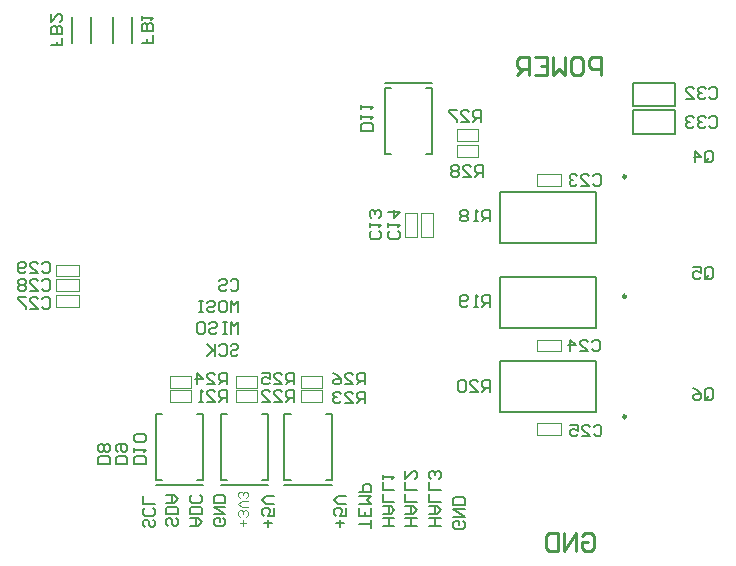
<source format=gbo>
G04 Layer_Color=32896*
%FSLAX25Y25*%
%MOIN*%
G70*
G01*
G75*
%ADD10C,0.01000*%
%ADD57C,0.00197*%
%ADD58C,0.00787*%
%ADD60C,0.00591*%
%ADD101C,0.00472*%
D10*
X666996Y414161D02*
G03*
X666996Y414161I-500J0D01*
G01*
Y334122D02*
G03*
X666996Y334122I-500J0D01*
G01*
Y374279D02*
G03*
X666996Y374279I-500J0D01*
G01*
X652301Y294369D02*
X653300Y295368D01*
X655300D01*
X656299Y294369D01*
Y290370D01*
X655300Y289370D01*
X653300D01*
X652301Y290370D01*
Y292369D01*
X654300D01*
X650301Y289370D02*
Y295368D01*
X646302Y289370D01*
Y295368D01*
X644303D02*
Y289370D01*
X641304D01*
X640304Y290370D01*
Y294369D01*
X641304Y295368D01*
X644303D01*
X658661Y448032D02*
Y454030D01*
X655662D01*
X654663Y453030D01*
Y451030D01*
X655662Y450031D01*
X658661D01*
X649664Y454030D02*
X651664D01*
X652663Y453030D01*
Y449031D01*
X651664Y448032D01*
X649664D01*
X648665Y449031D01*
Y453030D01*
X649664Y454030D01*
X646665D02*
Y448032D01*
X644666Y450031D01*
X642667Y448032D01*
Y454030D01*
X636668D02*
X640667D01*
Y448032D01*
X636668D01*
X640667Y451030D02*
X638668D01*
X634669Y448032D02*
Y454030D01*
X631670D01*
X630670Y453030D01*
Y451030D01*
X631670Y450031D01*
X634669D01*
X632670D02*
X630670Y448032D01*
D57*
X476929Y380906D02*
Y384842D01*
X484803D01*
Y380906D02*
Y384842D01*
X476929Y380906D02*
X484803D01*
X476929Y375984D02*
Y379921D01*
X484803D01*
Y375984D02*
Y379921D01*
X476929Y375984D02*
X484803D01*
X476929Y370669D02*
Y374606D01*
X484803D01*
Y370669D02*
Y374606D01*
X476929Y370669D02*
X484803D01*
X514862Y347638D02*
X521949D01*
X514862Y343701D02*
Y347638D01*
Y343701D02*
X521949D01*
Y347638D01*
X514961Y338976D02*
X522047D01*
Y342913D01*
X514961D02*
X522047D01*
X514961Y338976D02*
Y342913D01*
X536909Y338976D02*
X543996D01*
Y342913D01*
X536909D02*
X543996D01*
X536909Y338976D02*
Y342913D01*
X537008Y347638D02*
X544095D01*
X537008Y343701D02*
Y347638D01*
Y343701D02*
X544095D01*
Y347638D01*
X558661Y338976D02*
X565748D01*
Y342913D01*
X558661D02*
X565748D01*
X558661Y338976D02*
Y342913D01*
Y347638D02*
X565748D01*
X558661Y343701D02*
Y347638D01*
Y343701D02*
X565748D01*
Y347638D01*
X637402Y327953D02*
Y331890D01*
X645276D01*
Y327953D02*
Y331890D01*
X637402Y327953D02*
X645276D01*
X637402Y355906D02*
Y359842D01*
X645276D01*
Y355906D02*
Y359842D01*
X637402Y355906D02*
X645276D01*
X637402Y411024D02*
Y414961D01*
X645276D01*
Y411024D02*
Y414961D01*
X637402Y411024D02*
X645276D01*
X610630Y424803D02*
X617717D01*
X610630Y420866D02*
Y424803D01*
Y420866D02*
X617717D01*
Y424803D01*
X593307Y401968D02*
X597244D01*
Y394094D02*
Y401968D01*
X593307Y394094D02*
X597244D01*
X593307D02*
Y401968D01*
X598819D02*
X602756D01*
Y394094D02*
Y401968D01*
X598819Y394094D02*
X602756D01*
X598819D02*
Y401968D01*
X610630Y425984D02*
X617717D01*
Y429921D01*
X610630D02*
X617717D01*
X610630Y425984D02*
Y429921D01*
D58*
X496024Y458583D02*
Y467244D01*
X502402Y458583D02*
Y467244D01*
X482244Y458583D02*
Y467244D01*
X488622Y458583D02*
Y467244D01*
X669205Y428409D02*
X683378D01*
X669205D02*
Y436283D01*
X683378D01*
Y428409D02*
Y436283D01*
X669205Y437661D02*
X683378D01*
X669205D02*
Y445535D01*
X683378D01*
Y437661D02*
Y445535D01*
X586614Y445276D02*
X602362D01*
X602362Y421654D02*
Y443701D01*
X586614Y421654D02*
Y443701D01*
X600295Y421654D02*
X602362D01*
X600295Y443701D02*
X602362D01*
X586614Y421654D02*
X588681D01*
X586614Y443701D02*
X588681D01*
X553150Y311417D02*
X568898D01*
X553150Y312992D02*
Y335039D01*
X568898Y312992D02*
Y335039D01*
X553150D02*
X555217D01*
X553150Y312992D02*
X555217D01*
X566831Y335039D02*
X568898D01*
X566831Y312992D02*
X568898D01*
X531890Y311417D02*
X547638D01*
X531890Y312992D02*
Y335039D01*
X547638Y312992D02*
Y335039D01*
X531890D02*
X533957D01*
X531890Y312992D02*
X533957D01*
X545571Y335039D02*
X547638D01*
X545571Y312992D02*
X547638D01*
X510236Y311417D02*
X525984D01*
X510236Y312992D02*
Y335039D01*
X525984Y312992D02*
Y335039D01*
X510236D02*
X512303D01*
X510236Y312992D02*
X512303D01*
X523917Y335039D02*
X525984D01*
X523917Y312992D02*
X525984D01*
X625075Y363547D02*
Y380547D01*
X657075D01*
Y363547D02*
Y380547D01*
X625075Y363547D02*
X657075D01*
X625075Y335595D02*
Y352594D01*
X657075D01*
Y335595D02*
Y352594D01*
X625075Y335595D02*
X657075D01*
X625075Y391894D02*
Y408894D01*
X657075D01*
Y391894D02*
Y408894D01*
X625075Y391894D02*
X657075D01*
D60*
X535172Y357611D02*
X535827Y358266D01*
X537139D01*
X537795Y357611D01*
Y356955D01*
X537139Y356299D01*
X535827D01*
X535172Y355643D01*
Y354987D01*
X535827Y354331D01*
X537139D01*
X537795Y354987D01*
X531236Y357611D02*
X531892Y358266D01*
X533204D01*
X533859Y357611D01*
Y354987D01*
X533204Y354331D01*
X531892D01*
X531236Y354987D01*
X529924Y358266D02*
Y354331D01*
Y355643D01*
X527300Y358266D01*
X529268Y356299D01*
X527300Y354331D01*
X537795Y368898D02*
Y372833D01*
X536483Y371521D01*
X535172Y372833D01*
Y368898D01*
X531892Y372833D02*
X533204D01*
X533859Y372177D01*
Y369554D01*
X533204Y368898D01*
X531892D01*
X531236Y369554D01*
Y372177D01*
X531892Y372833D01*
X527300Y372177D02*
X527956Y372833D01*
X529268D01*
X529924Y372177D01*
Y371521D01*
X529268Y370866D01*
X527956D01*
X527300Y370210D01*
Y369554D01*
X527956Y368898D01*
X529268D01*
X529924Y369554D01*
X525988Y372833D02*
X524676D01*
X525332D01*
Y368898D01*
X525988D01*
X524676D01*
X537795Y361811D02*
Y365747D01*
X536483Y364435D01*
X535172Y365747D01*
Y361811D01*
X533859Y365747D02*
X532548D01*
X533204D01*
Y361811D01*
X533859D01*
X532548D01*
X527956Y365091D02*
X528612Y365747D01*
X529924D01*
X530580Y365091D01*
Y364435D01*
X529924Y363779D01*
X528612D01*
X527956Y363123D01*
Y362467D01*
X528612Y361811D01*
X529924D01*
X530580Y362467D01*
X524676Y365747D02*
X525988D01*
X526644Y365091D01*
Y362467D01*
X525988Y361811D01*
X524676D01*
X524020Y362467D01*
Y365091D01*
X524676Y365747D01*
X535172Y379264D02*
X535827Y379920D01*
X537139D01*
X537795Y379264D01*
Y376640D01*
X537139Y375984D01*
X535827D01*
X535172Y376640D01*
X531236Y379264D02*
X531892Y379920D01*
X533204D01*
X533859Y379264D01*
Y378608D01*
X533204Y377952D01*
X531892D01*
X531236Y377296D01*
Y376640D01*
X531892Y375984D01*
X533204D01*
X533859Y376640D01*
X619291Y414173D02*
Y418109D01*
X617323D01*
X616668Y417453D01*
Y416141D01*
X617323Y415485D01*
X619291D01*
X617979D02*
X616668Y414173D01*
X612732D02*
X615356D01*
X612732Y416797D01*
Y417453D01*
X613388Y418109D01*
X614700D01*
X615356Y417453D01*
X611420D02*
X610764Y418109D01*
X609452D01*
X608796Y417453D01*
Y416797D01*
X609452Y416141D01*
X608796Y415485D01*
Y414829D01*
X609452Y414173D01*
X610764D01*
X611420Y414829D01*
Y415485D01*
X610764Y416141D01*
X611420Y416797D01*
Y417453D01*
X610764Y416141D02*
X609452D01*
X618504Y432283D02*
Y436219D01*
X616536D01*
X615880Y435563D01*
Y434251D01*
X616536Y433595D01*
X618504D01*
X617192D02*
X615880Y432283D01*
X611944D02*
X614568D01*
X611944Y434907D01*
Y435563D01*
X612600Y436219D01*
X613912D01*
X614568Y435563D01*
X610633Y436219D02*
X608009D01*
Y435563D01*
X610633Y432939D01*
Y432283D01*
X579921Y344882D02*
Y348818D01*
X577953D01*
X577297Y348162D01*
Y346850D01*
X577953Y346194D01*
X579921D01*
X578609D02*
X577297Y344882D01*
X573362D02*
X575985D01*
X573362Y347506D01*
Y348162D01*
X574018Y348818D01*
X575330D01*
X575985Y348162D01*
X569426Y348818D02*
X570738Y348162D01*
X572050Y346850D01*
Y345538D01*
X571394Y344882D01*
X570082D01*
X569426Y345538D01*
Y346194D01*
X570082Y346850D01*
X572050D01*
X556299Y344882D02*
Y348818D01*
X554331D01*
X553675Y348162D01*
Y346850D01*
X554331Y346194D01*
X556299D01*
X554987D02*
X553675Y344882D01*
X549740D02*
X552363D01*
X549740Y347506D01*
Y348162D01*
X550396Y348818D01*
X551708D01*
X552363Y348162D01*
X545804Y348818D02*
X548428D01*
Y346850D01*
X547116Y347506D01*
X546460D01*
X545804Y346850D01*
Y345538D01*
X546460Y344882D01*
X547772D01*
X548428Y345538D01*
X533858Y344882D02*
Y348818D01*
X531890D01*
X531235Y348162D01*
Y346850D01*
X531890Y346194D01*
X533858D01*
X532546D02*
X531235Y344882D01*
X527299D02*
X529922D01*
X527299Y347506D01*
Y348162D01*
X527955Y348818D01*
X529267D01*
X529922Y348162D01*
X524019Y344882D02*
Y348818D01*
X525987Y346850D01*
X523363D01*
X579921Y338583D02*
Y342518D01*
X577953D01*
X577297Y341863D01*
Y340551D01*
X577953Y339895D01*
X579921D01*
X578609D02*
X577297Y338583D01*
X573362D02*
X575985D01*
X573362Y341207D01*
Y341863D01*
X574018Y342518D01*
X575330D01*
X575985Y341863D01*
X572050D02*
X571394Y342518D01*
X570082D01*
X569426Y341863D01*
Y341207D01*
X570082Y340551D01*
X570738D01*
X570082D01*
X569426Y339895D01*
Y339239D01*
X570082Y338583D01*
X571394D01*
X572050Y339239D01*
X556299Y338976D02*
Y342912D01*
X554331D01*
X553675Y342256D01*
Y340944D01*
X554331Y340288D01*
X556299D01*
X554987D02*
X553675Y338976D01*
X549740D02*
X552363D01*
X549740Y341600D01*
Y342256D01*
X550396Y342912D01*
X551708D01*
X552363Y342256D01*
X545804Y338976D02*
X548428D01*
X545804Y341600D01*
Y342256D01*
X546460Y342912D01*
X547772D01*
X548428Y342256D01*
X533858Y338976D02*
Y342912D01*
X531890D01*
X531235Y342256D01*
Y340944D01*
X531890Y340288D01*
X533858D01*
X532546D02*
X531235Y338976D01*
X527299D02*
X529922D01*
X527299Y341600D01*
Y342256D01*
X527955Y342912D01*
X529267D01*
X529922Y342256D01*
X525987Y338976D02*
X524675D01*
X525331D01*
Y342912D01*
X525987Y342256D01*
X621496Y342520D02*
Y346455D01*
X619528D01*
X618872Y345799D01*
Y344488D01*
X619528Y343832D01*
X621496D01*
X620184D02*
X618872Y342520D01*
X614936D02*
X617560D01*
X614936Y345144D01*
Y345799D01*
X615592Y346455D01*
X616904D01*
X617560Y345799D01*
X613625D02*
X612969Y346455D01*
X611657D01*
X611001Y345799D01*
Y343176D01*
X611657Y342520D01*
X612969D01*
X613625Y343176D01*
Y345799D01*
X621496Y370866D02*
Y374802D01*
X619528D01*
X618872Y374146D01*
Y372834D01*
X619528Y372178D01*
X621496D01*
X620184D02*
X618872Y370866D01*
X617560D02*
X616248D01*
X616904D01*
Y374802D01*
X617560Y374146D01*
X614281Y371522D02*
X613625Y370866D01*
X612313D01*
X611657Y371522D01*
Y374146D01*
X612313Y374802D01*
X613625D01*
X614281Y374146D01*
Y373490D01*
X613625Y372834D01*
X611657D01*
X621496Y399213D02*
Y403148D01*
X619528D01*
X618872Y402492D01*
Y401181D01*
X619528Y400525D01*
X621496D01*
X620184D02*
X618872Y399213D01*
X617560D02*
X616248D01*
X616904D01*
Y403148D01*
X617560Y402492D01*
X614281D02*
X613625Y403148D01*
X612313D01*
X611657Y402492D01*
Y401836D01*
X612313Y401181D01*
X611657Y400525D01*
Y399869D01*
X612313Y399213D01*
X613625D01*
X614281Y399869D01*
Y400525D01*
X613625Y401181D01*
X614281Y401836D01*
Y402492D01*
X613625Y401181D02*
X612313D01*
X693371Y340507D02*
Y343131D01*
X694027Y343787D01*
X695339D01*
X695995Y343131D01*
Y340507D01*
X695339Y339851D01*
X694027D01*
X694683Y341163D02*
X693371Y339851D01*
X694027D02*
X693371Y340507D01*
X689436Y343787D02*
X690748Y343131D01*
X692060Y341819D01*
Y340507D01*
X691404Y339851D01*
X690092D01*
X689436Y340507D01*
Y341163D01*
X690092Y341819D01*
X692060D01*
X693345Y380628D02*
Y383252D01*
X694001Y383908D01*
X695313D01*
X695969Y383252D01*
Y380628D01*
X695313Y379972D01*
X694001D01*
X694657Y381284D02*
X693345Y379972D01*
X694001D02*
X693345Y380628D01*
X689410Y383908D02*
X692034D01*
Y381940D01*
X690722Y382596D01*
X690066D01*
X689410Y381940D01*
Y380628D01*
X690066Y379972D01*
X691378D01*
X692034Y380628D01*
X693439Y419554D02*
Y422177D01*
X694095Y422833D01*
X695407D01*
X696063Y422177D01*
Y419554D01*
X695407Y418898D01*
X694095D01*
X694751Y420210D02*
X693439Y418898D01*
X694095D02*
X693439Y419554D01*
X690159Y418898D02*
Y422833D01*
X692127Y420865D01*
X689503D01*
X479133Y460498D02*
Y457874D01*
X477165D01*
Y459186D01*
Y457874D01*
X475197D01*
X479133Y461810D02*
X475197D01*
Y463778D01*
X475853Y464434D01*
X476509D01*
X477165Y463778D01*
Y461810D01*
Y463778D01*
X477821Y464434D01*
X478477D01*
X479133Y463778D01*
Y461810D01*
X475197Y468369D02*
Y465745D01*
X477821Y468369D01*
X478477D01*
X479133Y467713D01*
Y466401D01*
X478477Y465745D01*
X509447Y461285D02*
Y458661D01*
X507480D01*
Y459973D01*
Y458661D01*
X505512D01*
X509447Y462597D02*
X505512D01*
Y464565D01*
X506168Y465221D01*
X506824D01*
X507480Y464565D01*
Y462597D01*
Y464565D01*
X508136Y465221D01*
X508792D01*
X509447Y464565D01*
Y462597D01*
X505512Y466533D02*
Y467845D01*
Y467189D01*
X509447D01*
X508792Y466533D01*
X582676Y429528D02*
X578740D01*
Y431495D01*
X579396Y432151D01*
X582020D01*
X582676Y431495D01*
Y429528D01*
X578740Y433463D02*
Y434775D01*
Y434119D01*
X582676D01*
X582020Y433463D01*
X578740Y436743D02*
Y438055D01*
Y437399D01*
X582676D01*
X582020Y436743D01*
X507085Y318504D02*
X503150D01*
Y320472D01*
X503806Y321128D01*
X506429D01*
X507085Y320472D01*
Y318504D01*
X503150Y322440D02*
Y323752D01*
Y323096D01*
X507085D01*
X506429Y322440D01*
Y325719D02*
X507085Y326375D01*
Y327687D01*
X506429Y328343D01*
X503806D01*
X503150Y327687D01*
Y326375D01*
X503806Y325719D01*
X506429D01*
X500786Y318504D02*
X496850D01*
Y320472D01*
X497506Y321128D01*
X500130D01*
X500786Y320472D01*
Y318504D01*
X497506Y322440D02*
X496850Y323096D01*
Y324408D01*
X497506Y325063D01*
X500130D01*
X500786Y324408D01*
Y323096D01*
X500130Y322440D01*
X499474D01*
X498818Y323096D01*
Y325063D01*
X494881Y318504D02*
X490945D01*
Y320472D01*
X491601Y321128D01*
X494225D01*
X494881Y320472D01*
Y318504D01*
X494225Y322440D02*
X494881Y323096D01*
Y324408D01*
X494225Y325063D01*
X493569D01*
X492913Y324408D01*
X492257Y325063D01*
X491601D01*
X490945Y324408D01*
Y323096D01*
X491601Y322440D01*
X492257D01*
X492913Y323096D01*
X493569Y322440D01*
X494225D01*
X492913Y323096D02*
Y324408D01*
X694817Y433595D02*
X695473Y434251D01*
X696785D01*
X697441Y433595D01*
Y430971D01*
X696785Y430315D01*
X695473D01*
X694817Y430971D01*
X693505Y433595D02*
X692849Y434251D01*
X691537D01*
X690881Y433595D01*
Y432939D01*
X691537Y432283D01*
X692193D01*
X691537D01*
X690881Y431627D01*
Y430971D01*
X691537Y430315D01*
X692849D01*
X693505Y430971D01*
X689569Y433595D02*
X688913Y434251D01*
X687602D01*
X686946Y433595D01*
Y432939D01*
X687602Y432283D01*
X688258D01*
X687602D01*
X686946Y431627D01*
Y430971D01*
X687602Y430315D01*
X688913D01*
X689569Y430971D01*
X694817Y443240D02*
X695473Y443896D01*
X696785D01*
X697441Y443240D01*
Y440617D01*
X696785Y439961D01*
X695473D01*
X694817Y440617D01*
X693505Y443240D02*
X692849Y443896D01*
X691537D01*
X690881Y443240D01*
Y442585D01*
X691537Y441928D01*
X692193D01*
X691537D01*
X690881Y441272D01*
Y440617D01*
X691537Y439961D01*
X692849D01*
X693505Y440617D01*
X686946Y439961D02*
X689569D01*
X686946Y442585D01*
Y443240D01*
X687602Y443896D01*
X688913D01*
X689569Y443240D01*
X472337Y385170D02*
X472993Y385825D01*
X474305D01*
X474961Y385170D01*
Y382546D01*
X474305Y381890D01*
X472993D01*
X472337Y382546D01*
X468401Y381890D02*
X471025D01*
X468401Y384514D01*
Y385170D01*
X469057Y385825D01*
X470369D01*
X471025Y385170D01*
X467089Y382546D02*
X466433Y381890D01*
X465121D01*
X464465Y382546D01*
Y385170D01*
X465121Y385825D01*
X466433D01*
X467089Y385170D01*
Y384514D01*
X466433Y383858D01*
X464465D01*
X472337Y379264D02*
X472993Y379920D01*
X474305D01*
X474961Y379264D01*
Y376640D01*
X474305Y375984D01*
X472993D01*
X472337Y376640D01*
X468401Y375984D02*
X471025D01*
X468401Y378608D01*
Y379264D01*
X469057Y379920D01*
X470369D01*
X471025Y379264D01*
X467089D02*
X466433Y379920D01*
X465121D01*
X464465Y379264D01*
Y378608D01*
X465121Y377952D01*
X464465Y377296D01*
Y376640D01*
X465121Y375984D01*
X466433D01*
X467089Y376640D01*
Y377296D01*
X466433Y377952D01*
X467089Y378608D01*
Y379264D01*
X466433Y377952D02*
X465121D01*
X472337Y373358D02*
X472993Y374014D01*
X474305D01*
X474961Y373358D01*
Y370735D01*
X474305Y370079D01*
X472993D01*
X472337Y370735D01*
X468401Y370079D02*
X471025D01*
X468401Y372703D01*
Y373358D01*
X469057Y374014D01*
X470369D01*
X471025Y373358D01*
X467089Y374014D02*
X464465D01*
Y373358D01*
X467089Y370735D01*
Y370079D01*
X656195Y330839D02*
X656851Y331495D01*
X658163D01*
X658819Y330839D01*
Y328215D01*
X658163Y327559D01*
X656851D01*
X656195Y328215D01*
X652259Y327559D02*
X654883D01*
X652259Y330183D01*
Y330839D01*
X652915Y331495D01*
X654227D01*
X654883Y330839D01*
X648324Y331495D02*
X650947D01*
Y329527D01*
X649636Y330183D01*
X648980D01*
X648324Y329527D01*
Y328215D01*
X648980Y327559D01*
X650291D01*
X650947Y328215D01*
X655644Y359185D02*
X656300Y359841D01*
X657612D01*
X658268Y359185D01*
Y356561D01*
X657612Y355906D01*
X656300D01*
X655644Y356561D01*
X651708Y355906D02*
X654332D01*
X651708Y358529D01*
Y359185D01*
X652364Y359841D01*
X653676D01*
X654332Y359185D01*
X648428Y355906D02*
Y359841D01*
X650396Y357873D01*
X647772D01*
X656038Y414303D02*
X656694Y414959D01*
X658006D01*
X658661Y414303D01*
Y411680D01*
X658006Y411024D01*
X656694D01*
X656038Y411680D01*
X652102Y411024D02*
X654726D01*
X652102Y413648D01*
Y414303D01*
X652758Y414959D01*
X654070D01*
X654726Y414303D01*
X650790D02*
X650134Y414959D01*
X648822D01*
X648166Y414303D01*
Y413648D01*
X648822Y412992D01*
X649478D01*
X648822D01*
X648166Y412335D01*
Y411680D01*
X648822Y411024D01*
X650134D01*
X650790Y411680D01*
X591075Y395931D02*
X591731Y395275D01*
Y393963D01*
X591075Y393307D01*
X588451D01*
X587795Y393963D01*
Y395275D01*
X588451Y395931D01*
X587795Y397243D02*
Y398555D01*
Y397899D01*
X591731D01*
X591075Y397243D01*
X587795Y402491D02*
X591731D01*
X589763Y400523D01*
Y403146D01*
X584776Y395931D02*
X585432Y395275D01*
Y393963D01*
X584776Y393307D01*
X582152D01*
X581496Y393963D01*
Y395275D01*
X582152Y395931D01*
X581496Y397243D02*
Y398555D01*
Y397899D01*
X585432D01*
X584776Y397243D01*
Y400523D02*
X585432Y401179D01*
Y402491D01*
X584776Y403146D01*
X584120D01*
X583464Y402491D01*
Y401834D01*
Y402491D01*
X582808Y403146D01*
X582152D01*
X581496Y402491D01*
Y401179D01*
X582152Y400523D01*
X589808Y297792D02*
X585872D01*
X587840D01*
Y300415D01*
X589808D01*
X585872D01*
Y301727D02*
X588496D01*
X589808Y303039D01*
X588496Y304351D01*
X585872D01*
X587840D01*
Y301727D01*
X589808Y305663D02*
X585872D01*
Y308287D01*
X589808Y309599D02*
X585872D01*
Y312223D01*
Y313535D02*
Y314847D01*
Y314191D01*
X589808D01*
X589152Y313535D01*
X612729Y299474D02*
X613385Y298818D01*
Y297506D01*
X612729Y296850D01*
X610105D01*
X609449Y297506D01*
Y298818D01*
X610105Y299474D01*
X611417D01*
Y298162D01*
X609449Y300786D02*
X613385D01*
X609449Y303410D01*
X613385D01*
Y304722D02*
X609449D01*
Y306690D01*
X610105Y307346D01*
X612729D01*
X613385Y306690D01*
Y304722D01*
X581934Y297194D02*
Y299817D01*
Y298505D01*
X577998D01*
X581934Y303753D02*
Y301129D01*
X577998D01*
Y303753D01*
X579966Y301129D02*
Y302441D01*
X577998Y305065D02*
X581934D01*
X580622Y306377D01*
X581934Y307689D01*
X577998D01*
Y309001D02*
X581934D01*
Y310969D01*
X581278Y311625D01*
X579966D01*
X579310Y310969D01*
Y309001D01*
X571653Y297244D02*
Y299868D01*
X572965Y298556D02*
X570341D01*
X573621Y303804D02*
Y301180D01*
X571653D01*
X572309Y302492D01*
Y303148D01*
X571653Y303804D01*
X570341D01*
X569685Y303148D01*
Y301836D01*
X570341Y301180D01*
X573621Y305116D02*
X570997D01*
X569685Y306428D01*
X570997Y307739D01*
X573621D01*
X597288Y297792D02*
X593353D01*
X595320D01*
Y300415D01*
X597288D01*
X593353D01*
Y301727D02*
X595976D01*
X597288Y303039D01*
X595976Y304351D01*
X593353D01*
X595320D01*
Y301727D01*
X597288Y305663D02*
X593353D01*
Y308287D01*
X597288Y309599D02*
X593353D01*
Y312223D01*
Y316159D02*
Y313535D01*
X595976Y316159D01*
X596632D01*
X597288Y315503D01*
Y314191D01*
X596632Y313535D01*
X605162Y297792D02*
X601227D01*
X603194D01*
Y300415D01*
X605162D01*
X601227D01*
Y301727D02*
X603850D01*
X605162Y303039D01*
X603850Y304351D01*
X601227D01*
X603194D01*
Y301727D01*
X605162Y305663D02*
X601227D01*
Y308287D01*
X605162Y309599D02*
X601227D01*
Y312223D01*
X604506Y313535D02*
X605162Y314191D01*
Y315503D01*
X604506Y316159D01*
X603850D01*
X603194Y315503D01*
Y314847D01*
Y315503D01*
X602538Y316159D01*
X601883D01*
X601227Y315503D01*
Y314191D01*
X601883Y313535D01*
X547637Y297244D02*
Y299868D01*
X548949Y298556D02*
X546325D01*
X549605Y303804D02*
Y301180D01*
X547637D01*
X548293Y302492D01*
Y303148D01*
X547637Y303804D01*
X546325D01*
X545669Y303148D01*
Y301836D01*
X546325Y301180D01*
X549605Y305116D02*
X546981D01*
X545669Y306428D01*
X546981Y307739D01*
X549605D01*
X532807Y300262D02*
X533463Y299606D01*
Y298294D01*
X532807Y297638D01*
X530184D01*
X529528Y298294D01*
Y299606D01*
X530184Y300262D01*
X531495D01*
Y298950D01*
X529528Y301573D02*
X533463D01*
X529528Y304197D01*
X533463D01*
Y305509D02*
X529528D01*
Y307477D01*
X530184Y308133D01*
X532807D01*
X533463Y307477D01*
Y305509D01*
X521654Y297638D02*
X524277D01*
X525589Y298950D01*
X524277Y300262D01*
X521654D01*
X523621D01*
Y297638D01*
X525589Y301573D02*
X521654D01*
Y303541D01*
X522309Y304197D01*
X524933D01*
X525589Y303541D01*
Y301573D01*
X524933Y308133D02*
X525589Y307477D01*
Y306165D01*
X524933Y305509D01*
X522309D01*
X521654Y306165D01*
Y307477D01*
X522309Y308133D01*
X517059Y300262D02*
X517715Y299606D01*
Y298294D01*
X517059Y297638D01*
X516403D01*
X515747Y298294D01*
Y299606D01*
X515091Y300262D01*
X514435D01*
X513779Y299606D01*
Y298294D01*
X514435Y297638D01*
X517715Y301573D02*
X513779D01*
Y303541D01*
X514435Y304197D01*
X517059D01*
X517715Y303541D01*
Y301573D01*
X513779Y305509D02*
X516403D01*
X517715Y306821D01*
X516403Y308133D01*
X513779D01*
X515747D01*
Y305509D01*
X509185Y299868D02*
X509841Y299212D01*
Y297900D01*
X509185Y297244D01*
X508529D01*
X507873Y297900D01*
Y299212D01*
X507217Y299868D01*
X506562D01*
X505905Y299212D01*
Y297900D01*
X506562Y297244D01*
X509185Y303804D02*
X509841Y303148D01*
Y301836D01*
X509185Y301180D01*
X506562D01*
X505905Y301836D01*
Y303148D01*
X506562Y303804D01*
X509841Y305116D02*
X505905D01*
Y307739D01*
D101*
X539370Y297638D02*
Y299737D01*
X540419Y298687D02*
X538320D01*
X540419Y300786D02*
X540944Y301311D01*
Y302361D01*
X540419Y302885D01*
X539894D01*
X539370Y302361D01*
Y301836D01*
Y302361D01*
X538845Y302885D01*
X538320D01*
X537795Y302361D01*
Y301311D01*
X538320Y300786D01*
X540944Y303935D02*
X538845D01*
X537795Y304984D01*
X538845Y306034D01*
X540944D01*
X540419Y307084D02*
X540944Y307608D01*
Y308658D01*
X540419Y309183D01*
X539894D01*
X539370Y308658D01*
Y308133D01*
Y308658D01*
X538845Y309183D01*
X538320D01*
X537795Y308658D01*
Y307608D01*
X538320Y307084D01*
M02*

</source>
